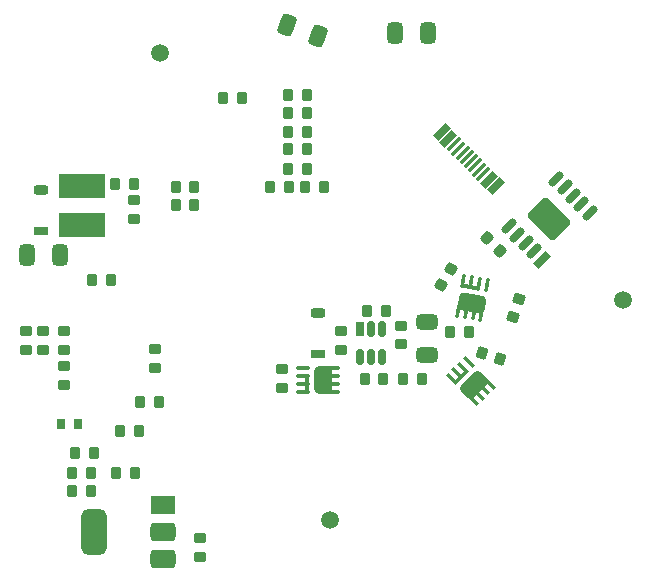
<source format=gbp>
G04*
G04 #@! TF.GenerationSoftware,Altium Limited,Altium Designer,23.11.1 (41)*
G04*
G04 Layer_Color=128*
%FSLAX44Y44*%
%MOMM*%
G71*
G04*
G04 #@! TF.SameCoordinates,79A2741A-1FD1-431D-8CB4-14BDB42BD488*
G04*
G04*
G04 #@! TF.FilePolarity,Positive*
G04*
G01*
G75*
G04:AMPARAMS|DCode=14|XSize=1mm|YSize=0.9mm|CornerRadius=0.225mm|HoleSize=0mm|Usage=FLASHONLY|Rotation=90.000|XOffset=0mm|YOffset=0mm|HoleType=Round|Shape=RoundedRectangle|*
%AMROUNDEDRECTD14*
21,1,1.0000,0.4500,0,0,90.0*
21,1,0.5500,0.9000,0,0,90.0*
1,1,0.4500,0.2250,0.2750*
1,1,0.4500,0.2250,-0.2750*
1,1,0.4500,-0.2250,-0.2750*
1,1,0.4500,-0.2250,0.2750*
%
%ADD14ROUNDEDRECTD14*%
%ADD25R,0.8000X0.9000*%
%ADD26C,1.5000*%
G04:AMPARAMS|DCode=27|XSize=1.8mm|YSize=1.3mm|CornerRadius=0.325mm|HoleSize=0mm|Usage=FLASHONLY|Rotation=270.000|XOffset=0mm|YOffset=0mm|HoleType=Round|Shape=RoundedRectangle|*
%AMROUNDEDRECTD27*
21,1,1.8000,0.6500,0,0,270.0*
21,1,1.1500,1.3000,0,0,270.0*
1,1,0.6500,-0.3250,-0.5750*
1,1,0.6500,-0.3250,0.5750*
1,1,0.6500,0.3250,0.5750*
1,1,0.6500,0.3250,-0.5750*
%
%ADD27ROUNDEDRECTD27*%
G04:AMPARAMS|DCode=28|XSize=1mm|YSize=0.9mm|CornerRadius=0.225mm|HoleSize=0mm|Usage=FLASHONLY|Rotation=180.000|XOffset=0mm|YOffset=0mm|HoleType=Round|Shape=RoundedRectangle|*
%AMROUNDEDRECTD28*
21,1,1.0000,0.4500,0,0,180.0*
21,1,0.5500,0.9000,0,0,180.0*
1,1,0.4500,-0.2750,0.2250*
1,1,0.4500,0.2750,0.2250*
1,1,0.4500,0.2750,-0.2250*
1,1,0.4500,-0.2750,-0.2250*
%
%ADD28ROUNDEDRECTD28*%
G04:AMPARAMS|DCode=29|XSize=1.8mm|YSize=1.3mm|CornerRadius=0.325mm|HoleSize=0mm|Usage=FLASHONLY|Rotation=180.000|XOffset=0mm|YOffset=0mm|HoleType=Round|Shape=RoundedRectangle|*
%AMROUNDEDRECTD29*
21,1,1.8000,0.6500,0,0,180.0*
21,1,1.1500,1.3000,0,0,180.0*
1,1,0.6500,-0.5750,0.3250*
1,1,0.6500,0.5750,0.3250*
1,1,0.6500,0.5750,-0.3250*
1,1,0.6500,-0.5750,-0.3250*
%
%ADD29ROUNDEDRECTD29*%
G04:AMPARAMS|DCode=36|XSize=1mm|YSize=0.9mm|CornerRadius=0.225mm|HoleSize=0mm|Usage=FLASHONLY|Rotation=225.000|XOffset=0mm|YOffset=0mm|HoleType=Round|Shape=RoundedRectangle|*
%AMROUNDEDRECTD36*
21,1,1.0000,0.4500,0,0,225.0*
21,1,0.5500,0.9000,0,0,225.0*
1,1,0.4500,-0.3536,-0.0354*
1,1,0.4500,0.0354,0.3536*
1,1,0.4500,0.3536,0.0354*
1,1,0.4500,-0.0354,-0.3536*
%
%ADD36ROUNDEDRECTD36*%
G04:AMPARAMS|DCode=38|XSize=1mm|YSize=0.9mm|CornerRadius=0.225mm|HoleSize=0mm|Usage=FLASHONLY|Rotation=162.000|XOffset=0mm|YOffset=0mm|HoleType=Round|Shape=RoundedRectangle|*
%AMROUNDEDRECTD38*
21,1,1.0000,0.4500,0,0,162.0*
21,1,0.5500,0.9000,0,0,162.0*
1,1,0.4500,-0.1920,0.2990*
1,1,0.4500,0.3311,0.1290*
1,1,0.4500,0.1920,-0.2990*
1,1,0.4500,-0.3311,-0.1290*
%
%ADD38ROUNDEDRECTD38*%
%ADD63R,2.1500X1.6000*%
G04:AMPARAMS|DCode=64|XSize=1.6mm|YSize=2.15mm|CornerRadius=0.4mm|HoleSize=0mm|Usage=FLASHONLY|Rotation=90.000|XOffset=0mm|YOffset=0mm|HoleType=Round|Shape=RoundedRectangle|*
%AMROUNDEDRECTD64*
21,1,1.6000,1.3500,0,0,90.0*
21,1,0.8000,2.1500,0,0,90.0*
1,1,0.8000,0.6750,0.4000*
1,1,0.8000,0.6750,-0.4000*
1,1,0.8000,-0.6750,-0.4000*
1,1,0.8000,-0.6750,0.4000*
%
%ADD64ROUNDEDRECTD64*%
G04:AMPARAMS|DCode=65|XSize=3.85mm|YSize=2.15mm|CornerRadius=0.5375mm|HoleSize=0mm|Usage=FLASHONLY|Rotation=90.000|XOffset=0mm|YOffset=0mm|HoleType=Round|Shape=RoundedRectangle|*
%AMROUNDEDRECTD65*
21,1,3.8500,1.0750,0,0,90.0*
21,1,2.7750,2.1500,0,0,90.0*
1,1,1.0750,0.5375,1.3875*
1,1,1.0750,0.5375,-1.3875*
1,1,1.0750,-0.5375,-1.3875*
1,1,1.0750,-0.5375,1.3875*
%
%ADD65ROUNDEDRECTD65*%
G04:AMPARAMS|DCode=66|XSize=0.3mm|YSize=1.15mm|CornerRadius=0.075mm|HoleSize=0mm|Usage=FLASHONLY|Rotation=170.000|XOffset=0mm|YOffset=0mm|HoleType=Round|Shape=RoundedRectangle|*
%AMROUNDEDRECTD66*
21,1,0.3000,1.0000,0,0,170.0*
21,1,0.1500,1.1500,0,0,170.0*
1,1,0.1500,0.0130,0.5054*
1,1,0.1500,0.1607,0.4794*
1,1,0.1500,-0.0130,-0.5054*
1,1,0.1500,-0.1607,-0.4794*
%
%ADD66ROUNDEDRECTD66*%
G04:AMPARAMS|DCode=67|XSize=2.3mm|YSize=1.5mm|CornerRadius=0.375mm|HoleSize=0mm|Usage=FLASHONLY|Rotation=170.000|XOffset=0mm|YOffset=0mm|HoleType=Round|Shape=RoundedRectangle|*
%AMROUNDEDRECTD67*
21,1,2.3000,0.7500,0,0,170.0*
21,1,1.5500,1.5000,0,0,170.0*
1,1,0.7500,-0.6981,0.5039*
1,1,0.7500,0.8283,0.2347*
1,1,0.7500,0.6981,-0.5039*
1,1,0.7500,-0.8283,-0.2347*
%
%ADD67ROUNDEDRECTD67*%
G04:AMPARAMS|DCode=68|XSize=0.35mm|YSize=1.634mm|CornerRadius=0.0875mm|HoleSize=0mm|Usage=FLASHONLY|Rotation=80.000|XOffset=0mm|YOffset=0mm|HoleType=Round|Shape=RoundedRectangle|*
%AMROUNDEDRECTD68*
21,1,0.3500,1.4590,0,0,80.0*
21,1,0.1750,1.6340,0,0,80.0*
1,1,0.1750,0.7336,-0.0405*
1,1,0.1750,0.7032,-0.2129*
1,1,0.1750,-0.7336,0.0405*
1,1,0.1750,-0.7032,0.2129*
%
%ADD68ROUNDEDRECTD68*%
G04:AMPARAMS|DCode=69|XSize=1.2mm|YSize=0.8mm|CornerRadius=0.2mm|HoleSize=0mm|Usage=FLASHONLY|Rotation=0.000|XOffset=0mm|YOffset=0mm|HoleType=Round|Shape=RoundedRectangle|*
%AMROUNDEDRECTD69*
21,1,1.2000,0.4000,0,0,0.0*
21,1,0.8000,0.8000,0,0,0.0*
1,1,0.4000,0.4000,-0.2000*
1,1,0.4000,-0.4000,-0.2000*
1,1,0.4000,-0.4000,0.2000*
1,1,0.4000,0.4000,0.2000*
%
%ADD69ROUNDEDRECTD69*%
%ADD70R,1.2000X0.8000*%
G04:AMPARAMS|DCode=71|XSize=2.3mm|YSize=3.2mm|CornerRadius=0.2875mm|HoleSize=0mm|Usage=FLASHONLY|Rotation=45.000|XOffset=0mm|YOffset=0mm|HoleType=Round|Shape=RoundedRectangle|*
%AMROUNDEDRECTD71*
21,1,2.3000,2.6250,0,0,45.0*
21,1,1.7250,3.2000,0,0,45.0*
1,1,0.5750,1.5380,-0.3182*
1,1,0.5750,0.3182,-1.5380*
1,1,0.5750,-1.5380,0.3182*
1,1,0.5750,-0.3182,1.5380*
%
%ADD71ROUNDEDRECTD71*%
G04:AMPARAMS|DCode=72|XSize=0.6mm|YSize=1.45mm|CornerRadius=0.15mm|HoleSize=0mm|Usage=FLASHONLY|Rotation=315.000|XOffset=0mm|YOffset=0mm|HoleType=Round|Shape=RoundedRectangle|*
%AMROUNDEDRECTD72*
21,1,0.6000,1.1500,0,0,315.0*
21,1,0.3000,1.4500,0,0,315.0*
1,1,0.3000,-0.3005,-0.5127*
1,1,0.3000,-0.5127,-0.3005*
1,1,0.3000,0.3005,0.5127*
1,1,0.3000,0.5127,0.3005*
%
%ADD72ROUNDEDRECTD72*%
G04:AMPARAMS|DCode=73|XSize=0.6mm|YSize=1.45mm|CornerRadius=0mm|HoleSize=0mm|Usage=FLASHONLY|Rotation=315.000|XOffset=0mm|YOffset=0mm|HoleType=Round|Shape=Rectangle|*
%AMROTATEDRECTD73*
4,1,4,-0.7248,-0.3005,0.3005,0.7248,0.7248,0.3005,-0.3005,-0.7248,-0.7248,-0.3005,0.0*
%
%ADD73ROTATEDRECTD73*%

G04:AMPARAMS|DCode=74|XSize=0.3mm|YSize=1.45mm|CornerRadius=0mm|HoleSize=0mm|Usage=FLASHONLY|Rotation=315.000|XOffset=0mm|YOffset=0mm|HoleType=Round|Shape=Rectangle|*
%AMROTATEDRECTD74*
4,1,4,-0.6187,-0.4066,0.4066,0.6187,0.6187,0.4066,-0.4066,-0.6187,-0.6187,-0.4066,0.0*
%
%ADD74ROTATEDRECTD74*%

%ADD75R,4.0000X2.0000*%
G04:AMPARAMS|DCode=76|XSize=1.8mm|YSize=1.3mm|CornerRadius=0.325mm|HoleSize=0mm|Usage=FLASHONLY|Rotation=70.000|XOffset=0mm|YOffset=0mm|HoleType=Round|Shape=RoundedRectangle|*
%AMROUNDEDRECTD76*
21,1,1.8000,0.6500,0,0,70.0*
21,1,1.1500,1.3000,0,0,70.0*
1,1,0.6500,0.5021,0.4292*
1,1,0.6500,0.1087,-0.6515*
1,1,0.6500,-0.5021,-0.4292*
1,1,0.6500,-0.1087,0.6515*
%
%ADD76ROUNDEDRECTD76*%
G04:AMPARAMS|DCode=77|XSize=0.7mm|YSize=1.3mm|CornerRadius=0.175mm|HoleSize=0mm|Usage=FLASHONLY|Rotation=180.000|XOffset=0mm|YOffset=0mm|HoleType=Round|Shape=RoundedRectangle|*
%AMROUNDEDRECTD77*
21,1,0.7000,0.9500,0,0,180.0*
21,1,0.3500,1.3000,0,0,180.0*
1,1,0.3500,-0.1750,0.4750*
1,1,0.3500,0.1750,0.4750*
1,1,0.3500,0.1750,-0.4750*
1,1,0.3500,-0.1750,-0.4750*
%
%ADD77ROUNDEDRECTD77*%
%ADD78R,0.7000X1.3000*%
G04:AMPARAMS|DCode=79|XSize=0.3mm|YSize=1.15mm|CornerRadius=0.075mm|HoleSize=0mm|Usage=FLASHONLY|Rotation=270.000|XOffset=0mm|YOffset=0mm|HoleType=Round|Shape=RoundedRectangle|*
%AMROUNDEDRECTD79*
21,1,0.3000,1.0000,0,0,270.0*
21,1,0.1500,1.1500,0,0,270.0*
1,1,0.1500,-0.5000,-0.0750*
1,1,0.1500,-0.5000,0.0750*
1,1,0.1500,0.5000,0.0750*
1,1,0.1500,0.5000,-0.0750*
%
%ADD79ROUNDEDRECTD79*%
G04:AMPARAMS|DCode=80|XSize=2.3mm|YSize=1.5mm|CornerRadius=0.375mm|HoleSize=0mm|Usage=FLASHONLY|Rotation=270.000|XOffset=0mm|YOffset=0mm|HoleType=Round|Shape=RoundedRectangle|*
%AMROUNDEDRECTD80*
21,1,2.3000,0.7500,0,0,270.0*
21,1,1.5500,1.5000,0,0,270.0*
1,1,0.7500,-0.3750,-0.7750*
1,1,0.7500,-0.3750,0.7750*
1,1,0.7500,0.3750,0.7750*
1,1,0.7500,0.3750,-0.7750*
%
%ADD80ROUNDEDRECTD80*%
G04:AMPARAMS|DCode=81|XSize=0.35mm|YSize=1.634mm|CornerRadius=0.0875mm|HoleSize=0mm|Usage=FLASHONLY|Rotation=180.000|XOffset=0mm|YOffset=0mm|HoleType=Round|Shape=RoundedRectangle|*
%AMROUNDEDRECTD81*
21,1,0.3500,1.4590,0,0,180.0*
21,1,0.1750,1.6340,0,0,180.0*
1,1,0.1750,-0.0875,0.7295*
1,1,0.1750,0.0875,0.7295*
1,1,0.1750,0.0875,-0.7295*
1,1,0.1750,-0.0875,-0.7295*
%
%ADD81ROUNDEDRECTD81*%
G04:AMPARAMS|DCode=82|XSize=0.3mm|YSize=1.15mm|CornerRadius=0.075mm|HoleSize=0mm|Usage=FLASHONLY|Rotation=225.000|XOffset=0mm|YOffset=0mm|HoleType=Round|Shape=RoundedRectangle|*
%AMROUNDEDRECTD82*
21,1,0.3000,1.0000,0,0,225.0*
21,1,0.1500,1.1500,0,0,225.0*
1,1,0.1500,-0.4066,0.3005*
1,1,0.1500,-0.3005,0.4066*
1,1,0.1500,0.4066,-0.3005*
1,1,0.1500,0.3005,-0.4066*
%
%ADD82ROUNDEDRECTD82*%
G04:AMPARAMS|DCode=83|XSize=2.3mm|YSize=1.5mm|CornerRadius=0.375mm|HoleSize=0mm|Usage=FLASHONLY|Rotation=225.000|XOffset=0mm|YOffset=0mm|HoleType=Round|Shape=RoundedRectangle|*
%AMROUNDEDRECTD83*
21,1,2.3000,0.7500,0,0,225.0*
21,1,1.5500,1.5000,0,0,225.0*
1,1,0.7500,-0.8132,-0.2828*
1,1,0.7500,0.2828,0.8132*
1,1,0.7500,0.8132,0.2828*
1,1,0.7500,-0.2828,-0.8132*
%
%ADD83ROUNDEDRECTD83*%
G04:AMPARAMS|DCode=84|XSize=0.35mm|YSize=1.634mm|CornerRadius=0.0875mm|HoleSize=0mm|Usage=FLASHONLY|Rotation=135.000|XOffset=0mm|YOffset=0mm|HoleType=Round|Shape=RoundedRectangle|*
%AMROUNDEDRECTD84*
21,1,0.3500,1.4590,0,0,135.0*
21,1,0.1750,1.6340,0,0,135.0*
1,1,0.1750,0.4540,0.5777*
1,1,0.1750,0.5777,0.4540*
1,1,0.1750,-0.4540,-0.5777*
1,1,0.1750,-0.5777,-0.4540*
%
%ADD84ROUNDEDRECTD84*%
G04:AMPARAMS|DCode=85|XSize=1mm|YSize=0.9mm|CornerRadius=0.225mm|HoleSize=0mm|Usage=FLASHONLY|Rotation=150.000|XOffset=0mm|YOffset=0mm|HoleType=Round|Shape=RoundedRectangle|*
%AMROUNDEDRECTD85*
21,1,1.0000,0.4500,0,0,150.0*
21,1,0.5500,0.9000,0,0,150.0*
1,1,0.4500,-0.1257,0.3324*
1,1,0.4500,0.3507,0.0574*
1,1,0.4500,0.1257,-0.3324*
1,1,0.4500,-0.3507,-0.0574*
%
%ADD85ROUNDEDRECTD85*%
G04:AMPARAMS|DCode=86|XSize=1mm|YSize=0.9mm|CornerRadius=0.225mm|HoleSize=0mm|Usage=FLASHONLY|Rotation=252.000|XOffset=0mm|YOffset=0mm|HoleType=Round|Shape=RoundedRectangle|*
%AMROUNDEDRECTD86*
21,1,1.0000,0.4500,0,0,252.0*
21,1,0.5500,0.9000,0,0,252.0*
1,1,0.4500,-0.2990,-0.1920*
1,1,0.4500,-0.1290,0.3311*
1,1,0.4500,0.2990,0.1920*
1,1,0.4500,0.1290,-0.3311*
%
%ADD86ROUNDEDRECTD86*%
D14*
X336119Y386642D02*
D03*
X352119D02*
D03*
X352119Y371642D02*
D03*
X336119D02*
D03*
X366500Y340000D02*
D03*
X350500D02*
D03*
X169776Y260858D02*
D03*
X185776Y260858D02*
D03*
X169000Y97500D02*
D03*
X153000D02*
D03*
X169000Y82500D02*
D03*
X153000D02*
D03*
X206500Y97500D02*
D03*
X190500D02*
D03*
X209533Y133451D02*
D03*
X193533D02*
D03*
X433000Y177500D02*
D03*
X449000D02*
D03*
X336500Y340000D02*
D03*
X320500D02*
D03*
X281028Y415544D02*
D03*
X297028D02*
D03*
X226500Y157500D02*
D03*
X210500D02*
D03*
X400500Y177500D02*
D03*
X416500D02*
D03*
X419000Y235000D02*
D03*
X403000D02*
D03*
X351500Y355000D02*
D03*
X335500D02*
D03*
X205080Y342138D02*
D03*
X189080Y342138D02*
D03*
X240500Y325000D02*
D03*
X256500D02*
D03*
X240500Y340000D02*
D03*
X256500D02*
D03*
X171500Y115000D02*
D03*
X155500D02*
D03*
X473000Y217500D02*
D03*
X489000D02*
D03*
X351500Y402500D02*
D03*
X335500D02*
D03*
X351500Y417500D02*
D03*
X335500D02*
D03*
D25*
X143598Y138938D02*
D03*
X157598D02*
D03*
D26*
X619037Y243924D02*
D03*
X371331Y57698D02*
D03*
X227673Y453502D02*
D03*
D27*
X454158Y470154D02*
D03*
X426158D02*
D03*
X114500Y282500D02*
D03*
X142500D02*
D03*
D28*
X128500Y218000D02*
D03*
Y202000D02*
D03*
X146000Y172000D02*
D03*
X146000Y188000D02*
D03*
X223500Y186532D02*
D03*
X223500Y202532D02*
D03*
X431000Y206500D02*
D03*
Y222500D02*
D03*
X381000Y218000D02*
D03*
Y202000D02*
D03*
X113500D02*
D03*
Y218000D02*
D03*
X146000Y218000D02*
D03*
Y202000D02*
D03*
X261000Y43000D02*
D03*
Y27000D02*
D03*
X205716Y313056D02*
D03*
Y329056D02*
D03*
X331000Y169500D02*
D03*
Y185500D02*
D03*
D29*
X453500Y225500D02*
D03*
Y197500D02*
D03*
D36*
X515157Y285343D02*
D03*
X503843Y296657D02*
D03*
D38*
X526586Y229882D02*
D03*
X531530Y245098D02*
D03*
D63*
X230250Y70500D02*
D03*
D64*
X230250Y47500D02*
D03*
X230250Y24500D02*
D03*
D65*
X171750Y47500D02*
D03*
D66*
X484190Y260377D02*
D03*
X490749Y259221D02*
D03*
X497308Y258064D02*
D03*
X503867Y256908D02*
D03*
X479728Y235068D02*
D03*
X486286Y233911D02*
D03*
X492845Y232754D02*
D03*
X499404Y231598D02*
D03*
D67*
X491091Y241985D02*
D03*
D68*
X490055Y255281D02*
D03*
D69*
X126414Y337500D02*
D03*
X361000Y233048D02*
D03*
D70*
X126414Y302500D02*
D03*
X361000Y198048D02*
D03*
D71*
X556998Y312420D02*
D03*
D72*
X562832Y346538D02*
D03*
X569903Y339467D02*
D03*
X576974Y332396D02*
D03*
X584045Y325325D02*
D03*
X591116Y318254D02*
D03*
X522880Y306586D02*
D03*
X529951Y299515D02*
D03*
X537022Y292444D02*
D03*
X544093Y285373D02*
D03*
D73*
X551164Y278302D02*
D03*
X465839Y386449D02*
D03*
X511801Y340487D02*
D03*
X506144Y346144D02*
D03*
X471496Y380792D02*
D03*
D74*
X501194Y351094D02*
D03*
X497658Y354629D02*
D03*
X476445Y375842D02*
D03*
X479981Y372307D02*
D03*
X487052Y365236D02*
D03*
X494123Y358165D02*
D03*
X483516Y368771D02*
D03*
X490587Y361700D02*
D03*
D75*
X161520Y307340D02*
D03*
Y340360D02*
D03*
D76*
X334800Y476974D02*
D03*
X361112Y467398D02*
D03*
D77*
X396500Y195500D02*
D03*
X406000D02*
D03*
X415500D02*
D03*
Y219500D02*
D03*
X406000D02*
D03*
D78*
X396500D02*
D03*
D79*
X348060Y166540D02*
D03*
Y173200D02*
D03*
Y179860D02*
D03*
Y186520D02*
D03*
X373760Y166540D02*
D03*
Y173200D02*
D03*
Y179860D02*
D03*
Y186520D02*
D03*
D80*
X364974Y176530D02*
D03*
D81*
X352060Y173200D02*
D03*
D82*
X474474Y177362D02*
D03*
X479183Y182071D02*
D03*
X483893Y186781D02*
D03*
X488602Y191490D02*
D03*
X492647Y159189D02*
D03*
X497356Y163899D02*
D03*
X502065Y168608D02*
D03*
X506775Y173317D02*
D03*
D83*
X493498Y172466D02*
D03*
D84*
X482012Y179243D02*
D03*
D85*
X465368Y256470D02*
D03*
X473368Y270326D02*
D03*
D86*
X515330Y194632D02*
D03*
X500114Y199576D02*
D03*
M02*

</source>
